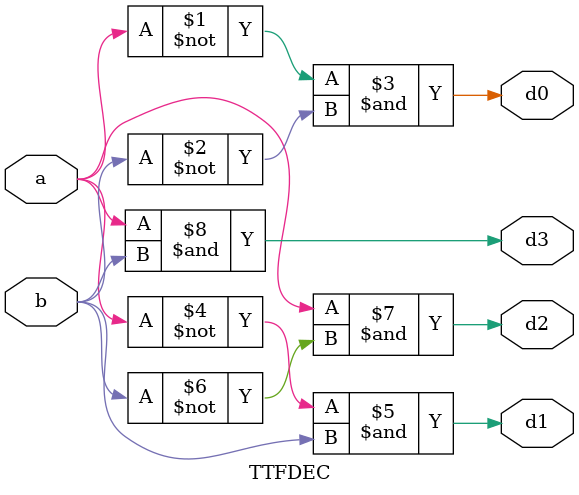
<source format=v>
`timescale 1ns / 1ps

module TTFDEC(
    input a, b,
    output d0, d1, d2, d3
    );
    
    assign d0 = ~a & ~b;
    assign d1 = ~a & b;
    assign d2 = a & ~b;
    assign d3 = a & b;
    
endmodule

</source>
